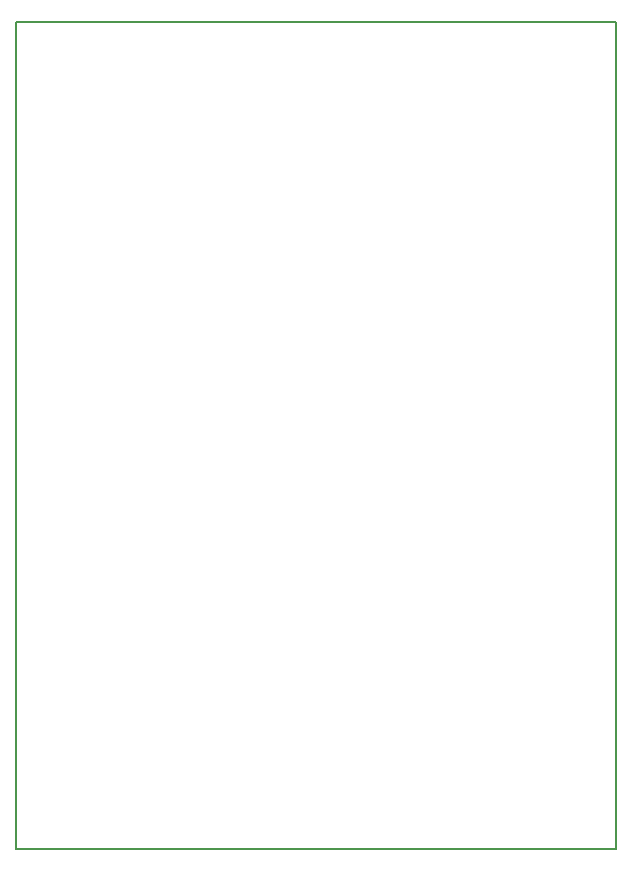
<source format=gbr>
G04 #@! TF.GenerationSoftware,KiCad,Pcbnew,7.0.5*
G04 #@! TF.CreationDate,2023-09-25T09:29:56+01:00*
G04 #@! TF.ProjectId,MaxTENS,4d617854-454e-4532-9e6b-696361645f70,rev?*
G04 #@! TF.SameCoordinates,Original*
G04 #@! TF.FileFunction,Profile,NP*
%FSLAX46Y46*%
G04 Gerber Fmt 4.6, Leading zero omitted, Abs format (unit mm)*
G04 Created by KiCad (PCBNEW 7.0.5) date 2023-09-25 09:29:56*
%MOMM*%
%LPD*%
G01*
G04 APERTURE LIST*
G04 #@! TA.AperFunction,Profile*
%ADD10C,0.200000*%
G04 #@! TD*
G04 APERTURE END LIST*
D10*
X197880000Y-40000000D02*
X248700000Y-40000000D01*
X248700000Y-110060000D01*
X197880000Y-110060000D01*
X197880000Y-40000000D01*
M02*

</source>
